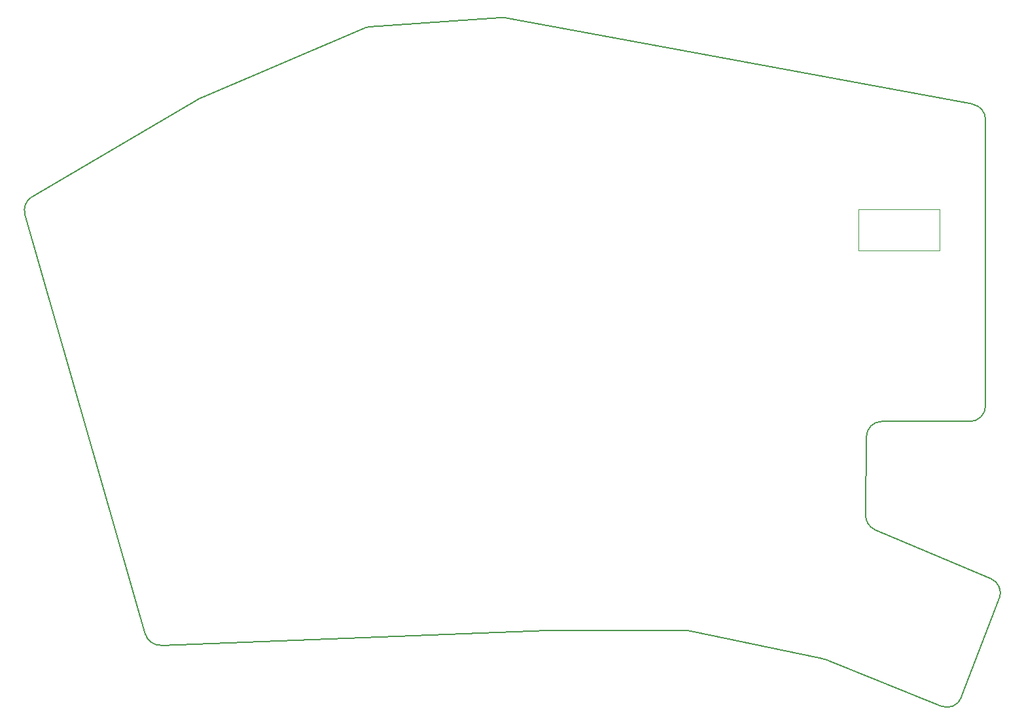
<source format=gbr>
%TF.GenerationSoftware,KiCad,Pcbnew,7.0.2-0*%
%TF.CreationDate,2023-05-11T15:53:10-04:00*%
%TF.ProjectId,mini,6d696e69-2e6b-4696-9361-645f70636258,v1.0.0*%
%TF.SameCoordinates,Original*%
%TF.FileFunction,Profile,NP*%
%FSLAX46Y46*%
G04 Gerber Fmt 4.6, Leading zero omitted, Abs format (unit mm)*
G04 Created by KiCad (PCBNEW 7.0.2-0) date 2023-05-11 15:53:10*
%MOMM*%
%LPD*%
G01*
G04 APERTURE LIST*
%TA.AperFunction,Profile*%
%ADD10C,0.150000*%
%TD*%
%TA.AperFunction,Profile*%
%ADD11C,0.120000*%
%TD*%
G04 APERTURE END LIST*
D10*
X183020380Y-120653194D02*
X165576678Y-117007780D01*
X202146574Y-89933756D02*
X190727454Y-89933756D01*
X147508772Y-116980215D02*
X97437120Y-118912941D01*
X205941639Y-112859605D02*
X201029245Y-125656831D01*
X188727547Y-91914545D02*
X188629912Y-102078570D01*
X95437456Y-117465704D02*
G75*
G03*
X97437120Y-118912941I1922544J551304D01*
G01*
X189849113Y-103939111D02*
X204855185Y-110301539D01*
X147584407Y-116978729D02*
G75*
G03*
X147508772Y-116980217I1593J-2003571D01*
G01*
X141867707Y-37688572D02*
X202509594Y-48881609D01*
X102769345Y-47982918D02*
X123750609Y-39003132D01*
X124398033Y-38846681D02*
X141365174Y-37660222D01*
X80767817Y-60849575D02*
G75*
G03*
X79855985Y-63126659I1010683J-1725825D01*
G01*
X80767806Y-60849557D02*
X102545579Y-48095767D01*
X190727454Y-89933754D02*
G75*
G03*
X188727547Y-91914545I46J-2000046D01*
G01*
X188629917Y-102078570D02*
G75*
G03*
X189849114Y-103939112I1999883J-19230D01*
G01*
X183355842Y-120754669D02*
G75*
G03*
X183020380Y-120653195I-744542J-1856131D01*
G01*
X141867707Y-37688570D02*
G75*
G03*
X141365174Y-37660223I-363007J-1966730D01*
G01*
X102769344Y-47982917D02*
G75*
G03*
X102545579Y-48095767I786956J-1838683D01*
G01*
X204146574Y-50848387D02*
X204146574Y-87933756D01*
X202146574Y-89933774D02*
G75*
G03*
X204146574Y-87933756I26J1999974D01*
G01*
X124398034Y-38846696D02*
G75*
G03*
X123750610Y-39003133I139466J-1995104D01*
G01*
X165166047Y-116965487D02*
X147584407Y-116978728D01*
X205941686Y-112859623D02*
G75*
G03*
X204855185Y-110301540I-1867186J716723D01*
G01*
X204146607Y-50848387D02*
G75*
G03*
X202509594Y-48881610I-2000007J-13D01*
G01*
X198417505Y-126796308D02*
G75*
G03*
X201029244Y-125656831I744595J1856208D01*
G01*
X165576679Y-117007773D02*
G75*
G03*
X165166047Y-116965489I-409079J-1957627D01*
G01*
X95437455Y-117465704D02*
X79855985Y-63126659D01*
X198417498Y-126796325D02*
X183355841Y-120754671D01*
D11*
%TO.C,RP2040Zero1*%
X187746574Y-67803756D02*
X187746574Y-62433756D01*
X187746574Y-67803756D02*
X198246574Y-67803756D01*
X198246574Y-62433756D02*
X187746574Y-62433756D01*
X198246574Y-62433756D02*
X198246574Y-67803756D01*
%TD*%
M02*

</source>
